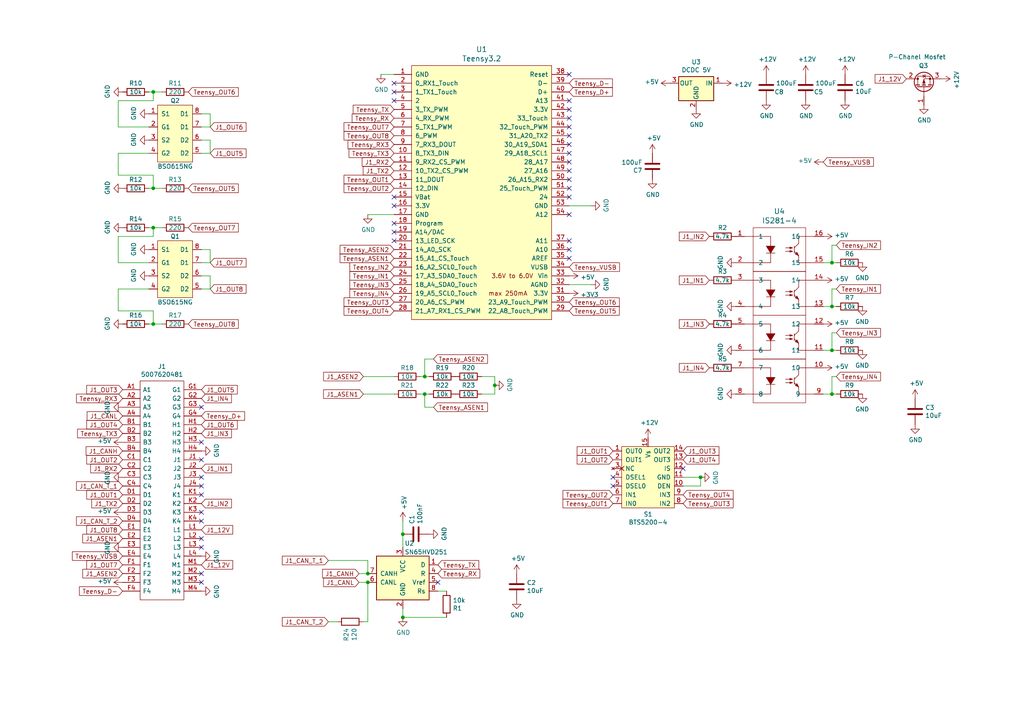
<source format=kicad_sch>
(kicad_sch (version 20211123) (generator eeschema)
  (paper "A4")
  (title_block (title "JoeMBMS") (date "2021-04-18") (rev "2.2") (company "JoeMTec"))
  (junction (at 106.68 168.91))
  (junction (at 106.68 166.37))
  (junction (at 116.84 154.94))
  (junction (at 44.45 66.04))
  (junction (at 241.3 76.2))
  (junction (at 116.84 179.07))
  (junction (at 44.45 54.61))
  (junction (at 123.19 114.3))
  (junction (at 44.45 26.67))
  (junction (at 241.3 114.3))
  (junction (at 241.3 101.6))
  (junction (at 123.19 109.22))
  (junction (at 203.2 138.43))
  (junction (at 143.51 111.76))
  (junction (at 44.45 93.98))
  (junction (at 241.3 88.9))
  (no_connect (at 165.1 69.85))
  (no_connect (at 114.3 24.13))
  (no_connect (at 114.3 64.77))
  (no_connect (at 114.3 69.85))
  (no_connect (at 165.1 52.07))
  (no_connect (at 165.1 44.45))
  (no_connect (at 165.1 72.39))
  (no_connect (at 58.42 118.11))
  (no_connect (at 58.42 128.27))
  (no_connect (at 58.42 148.59))
  (no_connect (at 58.42 151.13))
  (no_connect (at 58.42 156.21))
  (no_connect (at 58.42 158.75))
  (no_connect (at 58.42 168.91))
  (no_connect (at 58.42 166.37))
  (no_connect (at 58.42 133.35))
  (no_connect (at 58.42 138.43))
  (no_connect (at 58.42 140.97))
  (no_connect (at 58.42 143.51))
  (no_connect (at 165.1 39.37))
  (no_connect (at 165.1 21.59))
  (no_connect (at 114.3 67.31))
  (no_connect (at 165.1 49.53))
  (no_connect (at 165.1 54.61))
  (no_connect (at 165.1 36.83))
  (no_connect (at 165.1 74.93))
  (no_connect (at 165.1 41.91))
  (no_connect (at 127 168.91))
  (no_connect (at 165.1 57.15))
  (no_connect (at 177.8 140.97))
  (no_connect (at 114.3 57.15))
  (no_connect (at 114.3 59.69))
  (no_connect (at 198.12 135.89))
  (no_connect (at 114.3 26.67))
  (no_connect (at 165.1 62.23))
  (no_connect (at 165.1 29.21))
  (no_connect (at 165.1 31.75))
  (no_connect (at 177.8 138.43))
  (no_connect (at 165.1 34.29))
  (no_connect (at 114.3 29.21))
  (no_connect (at 165.1 46.99))
  (wire (pts (xy 60.96 44.45) (xy 58.42 44.45)))
  (wire (pts (xy 123.19 104.14) (xy 125.73 104.14)))
  (wire (pts (xy 34.29 90.17) (xy 44.45 90.17)))
  (wire (pts (xy 241.3 114.3) (xy 241.3 109.22)))
  (wire (pts (xy 139.7 109.22) (xy 143.51 109.22)))
  (wire (pts (xy 106.68 162.56) (xy 95.25 162.56)))
  (wire (pts (xy 242.57 71.12) (xy 241.3 71.12)))
  (wire (pts (xy 44.45 68.58) (xy 44.45 66.04)))
  (wire (pts (xy 123.19 114.3) (xy 123.19 118.11)))
  (wire (pts (xy 123.19 109.22) (xy 123.19 104.14)))
  (wire (pts (xy 34.29 83.82) (xy 43.18 83.82)))
  (wire (pts (xy 106.68 162.56) (xy 106.68 166.37)))
  (wire (pts (xy 43.18 54.61) (xy 44.45 54.61)))
  (wire (pts (xy 58.42 80.01) (xy 60.96 80.01)))
  (wire (pts (xy 44.45 50.8) (xy 44.45 54.61)))
  (wire (pts (xy 43.18 36.83) (xy 34.29 36.83)))
  (wire (pts (xy 242.57 83.82) (xy 241.3 83.82)))
  (wire (pts (xy 241.3 76.2) (xy 242.57 76.2)))
  (wire (pts (xy 44.45 90.17) (xy 44.45 93.98)))
  (wire (pts (xy 116.84 151.13) (xy 116.84 154.94)))
  (wire (pts (xy 123.19 118.11) (xy 125.73 118.11)))
  (wire (pts (xy 123.19 109.22) (xy 124.46 109.22)))
  (wire (pts (xy 116.84 179.07) (xy 116.84 176.53)))
  (wire (pts (xy 129.54 171.45) (xy 127 171.45)))
  (wire (pts (xy 44.45 66.04) (xy 46.99 66.04)))
  (wire (pts (xy 105.41 109.22) (xy 114.3 109.22)))
  (wire (pts (xy 58.42 33.02) (xy 60.96 33.02)))
  (wire (pts (xy 238.76 101.6) (xy 241.3 101.6)))
  (wire (pts (xy 106.68 180.34) (xy 106.68 168.91)))
  (wire (pts (xy 58.42 72.39) (xy 60.96 72.39)))
  (wire (pts (xy 116.84 179.07) (xy 129.54 179.07)))
  (wire (pts (xy 60.96 80.01) (xy 60.96 83.82)))
  (wire (pts (xy 143.51 109.22) (xy 143.51 111.76)))
  (wire (pts (xy 114.3 62.23) (xy 106.68 62.23)))
  (wire (pts (xy 241.3 83.82) (xy 241.3 88.9)))
  (wire (pts (xy 34.29 68.58) (xy 44.45 68.58)))
  (wire (pts (xy 241.3 96.52) (xy 242.57 96.52)))
  (wire (pts (xy 121.92 114.3) (xy 123.19 114.3)))
  (wire (pts (xy 241.3 71.12) (xy 241.3 76.2)))
  (wire (pts (xy 43.18 93.98) (xy 44.45 93.98)))
  (wire (pts (xy 116.84 154.94) (xy 116.84 158.75)))
  (wire (pts (xy 34.29 76.2) (xy 34.29 68.58)))
  (wire (pts (xy 106.68 168.91) (xy 104.14 168.91)))
  (wire (pts (xy 34.29 36.83) (xy 34.29 29.21)))
  (wire (pts (xy 43.18 66.04) (xy 44.45 66.04)))
  (wire (pts (xy 60.96 76.2) (xy 58.42 76.2)))
  (wire (pts (xy 241.3 109.22) (xy 242.57 109.22)))
  (wire (pts (xy 241.3 76.2) (xy 238.76 76.2)))
  (wire (pts (xy 34.29 83.82) (xy 34.29 90.17)))
  (wire (pts (xy 44.45 54.61) (xy 46.99 54.61)))
  (wire (pts (xy 60.96 33.02) (xy 60.96 36.83)))
  (wire (pts (xy 114.3 114.3) (xy 105.41 114.3)))
  (wire (pts (xy 95.25 180.34) (xy 97.79 180.34)))
  (wire (pts (xy 34.29 44.45) (xy 43.18 44.45)))
  (wire (pts (xy 105.41 180.34) (xy 106.68 180.34)))
  (wire (pts (xy 203.2 140.97) (xy 203.2 138.43)))
  (wire (pts (xy 44.45 26.67) (xy 46.99 26.67)))
  (wire (pts (xy 143.51 114.3) (xy 139.7 114.3)))
  (wire (pts (xy 43.18 26.67) (xy 44.45 26.67)))
  (wire (pts (xy 34.29 29.21) (xy 44.45 29.21)))
  (wire (pts (xy 34.29 44.45) (xy 34.29 50.8)))
  (wire (pts (xy 43.18 76.2) (xy 34.29 76.2)))
  (wire (pts (xy 106.68 166.37) (xy 104.14 166.37)))
  (wire (pts (xy 241.3 88.9) (xy 242.57 88.9)))
  (wire (pts (xy 44.45 29.21) (xy 44.45 26.67)))
  (wire (pts (xy 198.12 140.97) (xy 203.2 140.97)))
  (wire (pts (xy 60.96 36.83) (xy 58.42 36.83)))
  (wire (pts (xy 123.19 114.3) (xy 124.46 114.3)))
  (wire (pts (xy 60.96 83.82) (xy 58.42 83.82)))
  (wire (pts (xy 44.45 93.98) (xy 46.99 93.98)))
  (wire (pts (xy 165.1 59.69) (xy 171.45 59.69)))
  (wire (pts (xy 121.92 109.22) (xy 123.19 109.22)))
  (wire (pts (xy 143.51 111.76) (xy 143.51 114.3)))
  (wire (pts (xy 114.3 21.59) (xy 110.49 21.59)))
  (wire (pts (xy 34.29 50.8) (xy 44.45 50.8)))
  (wire (pts (xy 241.3 88.9) (xy 238.76 88.9)))
  (wire (pts (xy 241.3 114.3) (xy 242.57 114.3)))
  (wire (pts (xy 58.42 40.64) (xy 60.96 40.64)))
  (wire (pts (xy 60.96 72.39) (xy 60.96 76.2)))
  (wire (pts (xy 60.96 40.64) (xy 60.96 44.45)))
  (wire (pts (xy 198.12 138.43) (xy 203.2 138.43)))
  (wire (pts (xy 241.3 101.6) (xy 242.57 101.6)))
  (wire (pts (xy 238.76 114.3) (xy 241.3 114.3)))
  (wire (pts (xy 241.3 101.6) (xy 241.3 96.52)))
  (wire (pts (xy 165.1 82.55) (xy 171.45 82.55)))
  (global_label "J1_OUT7" (shape input) (at 35.56 163.83 180) (property "Referenzen zwischen Schaltplänen" "${INTERSHEET_REFS}" (effects hide)))
  (global_label "Teensy_OUT7" (shape input) (at 114.3 36.83 180) (property "Referenzen zwischen Schaltplänen" "${INTERSHEET_REFS}" (effects hide)))
  (global_label "J1_ASEN2" (shape input) (at 35.56 166.37 180) (property "Referenzen zwischen Schaltplänen" "${INTERSHEET_REFS}" (effects hide)))
  (global_label "J1_OUT6" (shape input) (at 60.96 36.83 0) (property "Referenzen zwischen Schaltplänen" "${INTERSHEET_REFS}" (effects hide)))
  (global_label "J1_IN3" (shape input) (at 58.42 125.73 0) (property "Referenzen zwischen Schaltplänen" "${INTERSHEET_REFS}" (effects hide)))
  (global_label "Teensy_D+" (shape input) (at 58.42 120.65 0) (property "Referenzen zwischen Schaltplänen" "${INTERSHEET_REFS}" (effects hide)))
  (global_label "Teensy_TX" (shape input) (at 114.3 31.75 180) (property "Referenzen zwischen Schaltplänen" "${INTERSHEET_REFS}" (effects hide)))
  (global_label "J1_CANL" (shape input) (at 35.56 120.65 180) (property "Referenzen zwischen Schaltplänen" "${INTERSHEET_REFS}" (effects hide)))
  (global_label "Teensy_OUT2" (shape input) (at 177.8 143.51 180) (property "Referenzen zwischen Schaltplänen" "${INTERSHEET_REFS}" (effects hide)))
  (global_label "Teensy_IN3" (shape input) (at 114.3 82.55 180) (property "Referenzen zwischen Schaltplänen" "${INTERSHEET_REFS}" (effects hide)))
  (global_label "J1_OUT4" (shape input) (at 198.12 133.35 0) (property "Referenzen zwischen Schaltplänen" "${INTERSHEET_REFS}" (effects hide)))
  (global_label "Teensy_IN2" (shape input) (at 114.3 77.47 180) (property "Referenzen zwischen Schaltplänen" "${INTERSHEET_REFS}" (effects hide)))
  (global_label "Teensy_OUT3" (shape input) (at 114.3 87.63 180) (property "Referenzen zwischen Schaltplänen" "${INTERSHEET_REFS}" (effects hide)))
  (global_label "J1_OUT8" (shape input) (at 60.96 83.82 0) (property "Referenzen zwischen Schaltplänen" "${INTERSHEET_REFS}" (effects hide)))
  (global_label "Teensy_RX" (shape input) (at 114.3 34.29 180) (property "Referenzen zwischen Schaltplänen" "${INTERSHEET_REFS}" (effects hide)))
  (global_label "Teensy_ASEN2" (shape input) (at 125.73 104.14 0) (property "Referenzen zwischen Schaltplänen" "${INTERSHEET_REFS}" (effects hide)))
  (global_label "Teensy_TX3" (shape input) (at 35.56 125.73 180) (property "Referenzen zwischen Schaltplänen" "${INTERSHEET_REFS}" (effects hide)))
  (global_label "J1_OUT2" (shape input) (at 177.8 133.35 180) (property "Referenzen zwischen Schaltplänen" "${INTERSHEET_REFS}" (effects hide)))
  (global_label "Teensy_IN1" (shape input) (at 114.3 80.01 180) (property "Referenzen zwischen Schaltplänen" "${INTERSHEET_REFS}" (effects hide)))
  (global_label "Teensy_ASEN1" (shape input) (at 114.3 74.93 180) (property "Referenzen zwischen Schaltplänen" "${INTERSHEET_REFS}" (effects hide)))
  (global_label "J1_CAN_T_1" (shape input) (at 35.56 140.97 180) (property "Referenzen zwischen Schaltplänen" "${INTERSHEET_REFS}" (effects hide)))
  (global_label "J1_TX2" (shape input) (at 35.56 146.05 180) (property "Referenzen zwischen Schaltplänen" "${INTERSHEET_REFS}" (effects hide)))
  (global_label "J1_ASEN1" (shape input) (at 105.41 114.3 180) (property "Referenzen zwischen Schaltplänen" "${INTERSHEET_REFS}" (effects hide)))
  (global_label "J1_OUT1" (shape input) (at 35.56 143.51 180) (property "Referenzen zwischen Schaltplänen" "${INTERSHEET_REFS}" (effects hide)))
  (global_label "Teensy_OUT5" (shape input) (at 165.1 90.17 0) (property "Referenzen zwischen Schaltplänen" "${INTERSHEET_REFS}" (effects hide)))
  (global_label "J1_CANH" (shape input) (at 35.56 130.81 180) (property "Referenzen zwischen Schaltplänen" "${INTERSHEET_REFS}" (effects hide)))
  (global_label "J1_RX2" (shape input) (at 114.3 46.99 180) (property "Referenzen zwischen Schaltplänen" "${INTERSHEET_REFS}" (effects hide)))
  (global_label "Teensy_OUT6" (shape input) (at 165.1 87.63 0) (property "Referenzen zwischen Schaltplänen" "${INTERSHEET_REFS}" (effects hide)))
  (global_label "Teensy_TX3" (shape input) (at 114.3 44.45 180) (property "Referenzen zwischen Schaltplänen" "${INTERSHEET_REFS}" (effects hide)))
  (global_label "J1_OUT5" (shape input) (at 60.96 44.45 0) (property "Referenzen zwischen Schaltplänen" "${INTERSHEET_REFS}" (effects hide)))
  (global_label "J1_12V" (shape input) (at 58.42 153.67 0) (property "Referenzen zwischen Schaltplänen" "${INTERSHEET_REFS}" (effects hide)))
  (global_label "Teensy_TX" (shape input) (at 127 163.83 0) (property "Referenzen zwischen Schaltplänen" "${INTERSHEET_REFS}" (effects hide)))
  (global_label "Teensy_OUT3" (shape input) (at 198.12 146.05 0) (property "Referenzen zwischen Schaltplänen" "${INTERSHEET_REFS}" (effects hide)))
  (global_label "J1_OUT7" (shape input) (at 60.96 76.2 0) (property "Referenzen zwischen Schaltplänen" "${INTERSHEET_REFS}" (effects hide)))
  (global_label "J1_CANL" (shape input) (at 104.14 168.91 180) (property "Referenzen zwischen Schaltplänen" "${INTERSHEET_REFS}" (effects hide)))
  (global_label "Teensy_IN3" (shape input) (at 242.57 96.52 0) (property "Referenzen zwischen Schaltplänen" "${INTERSHEET_REFS}" (effects hide)))
  (global_label "J1_RX2" (shape input) (at 35.56 135.89 180) (property "Referenzen zwischen Schaltplänen" "${INTERSHEET_REFS}" (effects hide)))
  (global_label "Teensy_RX3" (shape input) (at 35.56 115.57 180) (property "Referenzen zwischen Schaltplänen" "${INTERSHEET_REFS}" (effects hide)))
  (global_label "J1_CAN_T_2" (shape input) (at 35.56 151.13 180) (property "Referenzen zwischen Schaltplänen" "${INTERSHEET_REFS}" (effects hide)))
  (global_label "J1_OUT4" (shape input) (at 35.56 123.19 180) (property "Referenzen zwischen Schaltplänen" "${INTERSHEET_REFS}" (effects hide)))
  (global_label "J1_CANH" (shape input) (at 104.14 166.37 180) (property "Referenzen zwischen Schaltplänen" "${INTERSHEET_REFS}" (effects hide)))
  (global_label "J1_IN1" (shape input) (at 58.42 135.89 0) (property "Referenzen zwischen Schaltplänen" "${INTERSHEET_REFS}" (effects hide)))
  (global_label "J1_OUT1" (shape input) (at 177.8 130.81 180) (property "Referenzen zwischen Schaltplänen" "${INTERSHEET_REFS}" (effects hide)))
  (global_label "Teensy_IN4" (shape input) (at 114.3 85.09 180) (property "Referenzen zwischen Schaltplänen" "${INTERSHEET_REFS}" (effects hide)))
  (global_label "J1_IN4" (shape input) (at 205.74 106.68 180) (property "Referenzen zwischen Schaltplänen" "${INTERSHEET_REFS}" (effects hide)))
  (global_label "J1_IN2" (shape input) (at 58.42 146.05 0) (property "Referenzen zwischen Schaltplänen" "${INTERSHEET_REFS}" (effects hide)))
  (global_label "Teensy_OUT4" (shape input) (at 198.12 143.51 0) (property "Referenzen zwischen Schaltplänen" "${INTERSHEET_REFS}" (effects hide)))
  (global_label "Teensy_OUT1" (shape input) (at 114.3 52.07 180) (property "Referenzen zwischen Schaltplänen" "${INTERSHEET_REFS}" (effects hide)))
  (global_label "Teensy_D-" (shape input) (at 35.56 171.45 180) (property "Referenzen zwischen Schaltplänen" "${INTERSHEET_REFS}" (effects hide)))
  (global_label "J1_IN1" (shape input) (at 205.74 81.28 180) (property "Referenzen zwischen Schaltplänen" "${INTERSHEET_REFS}" (effects hide)))
  (global_label "Teensy_D+" (shape input) (at 165.1 26.67 0) (property "Referenzen zwischen Schaltplänen" "${INTERSHEET_REFS}" (effects hide)))
  (global_label "Teensy_VUSB" (shape input) (at 238.76 46.99 0) (property "Referenzen zwischen Schaltplänen" "${INTERSHEET_REFS}" (effects hide)))
  (global_label "Teensy_OUT4" (shape input) (at 114.3 90.17 180) (property "Referenzen zwischen Schaltplänen" "${INTERSHEET_REFS}" (effects hide)))
  (global_label "Teensy_IN4" (shape input) (at 242.57 109.22 0) (property "Referenzen zwischen Schaltplänen" "${INTERSHEET_REFS}" (effects hide)))
  (global_label "Teensy_VUSB" (shape input) (at 35.56 161.29 180) (property "Referenzen zwischen Schaltplänen" "${INTERSHEET_REFS}" (effects hide)))
  (global_label "Teensy_D-" (shape input) (at 165.1 24.13 0) (property "Referenzen zwischen Schaltplänen" "${INTERSHEET_REFS}" (effects hide)))
  (global_label "Teensy_OUT6" (shape input) (at 54.61 26.67 0) (property "Referenzen zwischen Schaltplänen" "${INTERSHEET_REFS}" (effects hide)))
  (global_label "J1_IN3" (shape input) (at 205.74 93.98 180) (property "Referenzen zwischen Schaltplänen" "${INTERSHEET_REFS}" (effects hide)))
  (global_label "Teensy_OUT8" (shape input) (at 114.3 39.37 180) (property "Referenzen zwischen Schaltplänen" "${INTERSHEET_REFS}" (effects hide)))
  (global_label "J1_12V" (shape input) (at 58.42 163.83 0) (property "Referenzen zwischen Schaltplänen" "${INTERSHEET_REFS}" (effects hide)))
  (global_label "J1_12V" (shape input) (at 262.89 22.86 180) (property "Referenzen zwischen Schaltplänen" "${INTERSHEET_REFS}" (effects hide)))
  (global_label "J1_OUT2" (shape input) (at 35.56 133.35 180) (property "Referenzen zwischen Schaltplänen" "${INTERSHEET_REFS}" (effects hide)))
  (global_label "J1_OUT3" (shape input) (at 198.12 130.81 0) (property "Referenzen zwischen Schaltplänen" "${INTERSHEET_REFS}" (effects hide)))
  (global_label "J1_ASEN2" (shape input) (at 105.41 109.22 180) (property "Referenzen zwischen Schaltplänen" "${INTERSHEET_REFS}" (effects hide)))
  (global_label "Teensy_OUT7" (shape input) (at 54.61 66.04 0) (property "Referenzen zwischen Schaltplänen" "${INTERSHEET_REFS}" (effects hide)))
  (global_label "J1_TX2" (shape input) (at 114.3 49.53 180) (property "Referenzen zwischen Schaltplänen" "${INTERSHEET_REFS}" (effects hide)))
  (global_label "J1_OUT3" (shape input) (at 35.56 113.03 180) (property "Referenzen zwischen Schaltplänen" "${INTERSHEET_REFS}" (effects hide)))
  (global_label "Teensy_OUT1" (shape input) (at 177.8 146.05 180) (property "Referenzen zwischen Schaltplänen" "${INTERSHEET_REFS}" (effects hide)))
  (global_label "J1_OUT5" (shape input) (at 58.42 113.03 0) (property "Referenzen zwischen Schaltplänen" "${INTERSHEET_REFS}" (effects hide)))
  (global_label "Teensy_ASEN1" (shape input) (at 125.73 118.11 0) (property "Referenzen zwischen Schaltplänen" "${INTERSHEET_REFS}" (effects hide)))
  (global_label "Teensy_OUT5" (shape input) (at 54.61 54.61 0) (property "Referenzen zwischen Schaltplänen" "${INTERSHEET_REFS}" (effects hide)))
  (global_label "Teensy_RX" (shape input) (at 127 166.37 0) (property "Referenzen zwischen Schaltplänen" "${INTERSHEET_REFS}" (effects hide)))
  (global_label "J1_CAN_T_1" (shape input) (at 95.25 162.56 180) (property "Referenzen zwischen Schaltplänen" "${INTERSHEET_REFS}" (effects hide)))
  (global_label "Teensy_VUSB" (shape input) (at 165.1 77.47 0) (property "Referenzen zwischen Schaltplänen" "${INTERSHEET_REFS}" (effects hide)))
  (global_label "Teensy_OUT2" (shape input) (at 114.3 54.61 180) (property "Referenzen zwischen Schaltplänen" "${INTERSHEET_REFS}" (effects hide)))
  (global_label "J1_OUT6" (shape input) (at 58.42 123.19 0) (property "Referenzen zwischen Schaltplänen" "${INTERSHEET_REFS}" (effects hide)))
  (global_label "Teensy_IN2" (shape input) (at 242.57 71.12 0) (property "Referenzen zwischen Schaltplänen" "${INTERSHEET_REFS}" (effects hide)))
  (global_label "Teensy_RX3" (shape input) (at 114.3 41.91 180) (property "Referenzen zwischen Schaltplänen" "${INTERSHEET_REFS}" (effects hide)))
  (global_label "J1_OUT8" (shape input) (at 35.56 153.67 180) (property "Referenzen zwischen Schaltplänen" "${INTERSHEET_REFS}" (effects hide)))
  (global_label "J1_IN4" (shape input) (at 58.42 115.57 0) (property "Referenzen zwischen Schaltplänen" "${INTERSHEET_REFS}" (effects hide)))
  (global_label "Teensy_OUT8" (shape input) (at 54.61 93.98 0) (property "Referenzen zwischen Schaltplänen" "${INTERSHEET_REFS}" (effects hide)))
  (global_label "Teensy_IN1" (shape input) (at 242.57 83.82 0) (property "Referenzen zwischen Schaltplänen" "${INTERSHEET_REFS}" (effects hide)))
  (global_label "J1_ASEN1" (shape input) (at 35.56 156.21 180) (property "Referenzen zwischen Schaltplänen" "${INTERSHEET_REFS}" (effects hide)))
  (global_label "Teensy_ASEN2" (shape input) (at 114.3 72.39 180) (property "Referenzen zwischen Schaltplänen" "${INTERSHEET_REFS}" (effects hide)))
  (global_label "J1_IN2" (shape input) (at 205.74 68.58 180) (property "Referenzen zwischen Schaltplänen" "${INTERSHEET_REFS}" (effects hide)))
  (global_label "J1_CAN_T_2" (shape input) (at 95.25 180.34 180) (property "Referenzen zwischen Schaltplänen" "${INTERSHEET_REFS}" (effects hide)))
  (symbol (lib_id "power:GND") (at 110.49 21.59 0) (unit 1)
    (property "Reference" "#PWR0101" (effects hide))
    (property "Value" "GND" (at 110.617 25.9842 0))
  )
  (symbol (lib_id "Regulator_Switching:R-78E5.0-0.5") (at 201.93 24.13 0) (mirror y) (unit 1)
    (property "Reference" "U3" (at 201.93 17.9832 0))
    (property "Value" "DCDC 5V" (at 201.93 20.2946 0))
    (property "Footprint" "Converter_DCDC:Converter_DCDC_muRata_OKI-78SR_Vertical" (effects hide))
    (property "Datasheet" "https://www.recom-power.com/pdf/Innoline/R-78Exx-0.5.pdf" (effects hide))
    (property "LCSC" "C115916" (effects hide))
  )
  (symbol (lib_id "power:+12V") (at 209.55 24.13 270) (unit 1)
    (property "Reference" "#PWR0102" (effects hide))
    (property "Value" "+12V" (at 212.8012 24.511 90) (effects (justify left)))
  )
  (symbol (lib_id "Device:R") (at 129.54 175.26 0) (mirror x) (unit 1)
    (property "Reference" "R1" (at 131.318 176.4284 0) (effects (justify left)))
    (property "Value" "10k" (at 131.318 174.117 0) (effects (justify left)))
    (property "Footprint" "Resistor_SMD:R_0805_2012Metric" (effects hide))
    (property "LCSC" "C17414" (effects hide))
  )
  (symbol (lib_id "power:GND") (at 106.68 62.23 0) (unit 1)
    (property "Reference" "#PWR0103" (effects hide))
    (property "Value" "GND" (at 106.807 66.6242 0))
  )
  (symbol (lib_id "power:GND") (at 171.45 59.69 90) (unit 1)
    (property "Reference" "#PWR0104" (effects hide))
    (property "Value" "GND" (at 175.8442 59.563 0))
  )
  (symbol (lib_id "power:GND") (at 171.45 82.55 90) (unit 1)
    (property "Reference" "#PWR0105" (effects hide))
    (property "Value" "GND" (at 175.8442 82.423 0))
  )
  (symbol (lib_id "power:GND") (at 201.93 31.75 0) (unit 1)
    (property "Reference" "#PWR0106" (effects hide))
    (property "Value" "GND" (at 202.057 36.1442 0))
  )
  (symbol (lib_id "power:GND") (at 116.84 179.07 0) (unit 1)
    (property "Reference" "#PWR0108" (effects hide))
    (property "Value" "GND" (at 116.967 183.4642 0))
  )
  (symbol (lib_id "JoeMBMS_V2.0-rescue:+3.3V-power") (at 165.1 85.09 270) (unit 1)
    (property "Reference" "#PWR0109" (effects hide))
    (property "Value" "+3.3V" (at 168.3512 85.471 90) (effects (justify left)))
  )
  (symbol (lib_id "power:+5V") (at 194.31 24.13 90) (unit 1)
    (property "Reference" "#PWR0112" (effects hide))
    (property "Value" "+5V" (at 191.0588 23.749 90) (effects (justify left)))
  )
  (symbol (lib_id "power:+5V") (at 165.1 80.01 270) (unit 1)
    (property "Reference" "#PWR0113" (effects hide))
    (property "Value" "+5V" (at 168.3512 80.391 90) (effects (justify left)))
  )
  (symbol (lib_id "Device:R") (at 209.55 68.58 90) (mirror x) (unit 1)
    (property "Reference" "R2" (at 209.55 66.04 90))
    (property "Value" "4.7k" (at 209.55 68.58 90))
    (property "Footprint" "Resistor_SMD:R_0805_2012Metric" (effects hide))
    (property "LCSC" "C17673" (effects hide))
  )
  (symbol (lib_id "Device:R") (at 209.55 81.28 90) (mirror x) (unit 1)
    (property "Reference" "R3" (at 209.55 78.74 90))
    (property "Value" "4.7k" (at 209.55 81.28 90))
    (property "Footprint" "Resistor_SMD:R_0805_2012Metric" (effects hide))
    (property "LCSC" "C17673" (effects hide))
  )
  (symbol (lib_id "Device:R") (at 209.55 93.98 90) (mirror x) (unit 1)
    (property "Reference" "R4" (at 209.55 91.44 90))
    (property "Value" "4.7k" (at 209.55 93.98 90))
    (property "Footprint" "Resistor_SMD:R_0805_2012Metric" (effects hide))
    (property "LCSC" "C17673" (effects hide))
  )
  (symbol (lib_id "Device:R") (at 209.55 106.68 90) (mirror x) (unit 1)
    (property "Reference" "R5" (at 209.55 104.14 90))
    (property "Value" "4.7k" (at 209.55 106.68 90))
    (property "Footprint" "Resistor_SMD:R_0805_2012Metric" (effects hide))
    (property "LCSC" "C17673" (effects hide))
  )
  (symbol (lib_id "power:GND") (at 213.36 76.2 270) (mirror x) (unit 1)
    (property "Reference" "#PWR0115" (effects hide))
    (property "Value" "GND" (at 208.9658 76.073 0))
  )
  (symbol (lib_id "power:GND") (at 213.36 88.9 270) (mirror x) (unit 1)
    (property "Reference" "#PWR0116" (effects hide))
    (property "Value" "GND" (at 208.9658 88.773 0))
  )
  (symbol (lib_id "power:GND") (at 213.36 101.6 270) (mirror x) (unit 1)
    (property "Reference" "#PWR0117" (effects hide))
    (property "Value" "GND" (at 208.9658 101.473 0))
  )
  (symbol (lib_id "power:GND") (at 213.36 114.3 270) (mirror x) (unit 1)
    (property "Reference" "#PWR0118" (effects hide))
    (property "Value" "GND" (at 208.9658 114.173 0))
  )
  (symbol (lib_id "Device:R") (at 246.38 88.9 90) (mirror x) (unit 1)
    (property "Reference" "R7" (at 246.38 86.36 90))
    (property "Value" "10k" (at 246.38 88.9 90))
    (property "Footprint" "Resistor_SMD:R_0805_2012Metric" (effects hide))
    (property "LCSC" "C17414" (effects hide))
  )
  (symbol (lib_id "Device:R") (at 246.38 76.2 90) (mirror x) (unit 1)
    (property "Reference" "R6" (at 246.38 73.66 90))
    (property "Value" "10k" (at 246.38 76.2 90))
    (property "Footprint" "Resistor_SMD:R_0805_2012Metric" (effects hide))
    (property "LCSC" "C17414" (effects hide))
  )
  (symbol (lib_id "Device:R") (at 246.38 101.6 90) (mirror x) (unit 1)
    (property "Reference" "R8" (at 246.38 99.06 90))
    (property "Value" "10k" (at 246.38 101.6 90))
    (property "Footprint" "Resistor_SMD:R_0805_2012Metric" (effects hide))
    (property "LCSC" "C17414" (effects hide))
  )
  (symbol (lib_id "Device:R") (at 246.38 114.3 90) (mirror x) (unit 1)
    (property "Reference" "R9" (at 246.38 111.76 90))
    (property "Value" "10k" (at 246.38 114.3 90))
    (property "Footprint" "Resistor_SMD:R_0805_2012Metric" (effects hide))
    (property "LCSC" "C17414" (effects hide))
  )
  (symbol (lib_id "power:+5V") (at 238.76 68.58 270) (mirror x) (unit 1)
    (property "Reference" "#PWR0119" (effects hide))
    (property "Value" "+5V" (at 242.0112 68.199 90) (effects (justify left)))
  )
  (symbol (lib_id "power:+5V") (at 238.76 81.28 270) (mirror x) (unit 1)
    (property "Reference" "#PWR0120" (effects hide))
    (property "Value" "+5V" (at 242.0112 80.899 90) (effects (justify left)))
  )
  (symbol (lib_id "power:+5V") (at 238.76 93.98 270) (mirror x) (unit 1)
    (property "Reference" "#PWR0121" (effects hide))
    (property "Value" "+5V" (at 242.0112 93.599 90) (effects (justify left)))
  )
  (symbol (lib_id "power:+5V") (at 238.76 106.68 270) (mirror x) (unit 1)
    (property "Reference" "#PWR0122" (effects hide))
    (property "Value" "+5V" (at 242.0112 106.299 90) (effects (justify left)))
  )
  (symbol (lib_id "power:GND") (at 250.19 76.2 0) (mirror y) (unit 1)
    (property "Reference" "#PWR0123" (effects hide))
    (property "Value" "GND" (at 250.063 80.5942 0))
  )
  (symbol (lib_id "power:GND") (at 250.19 88.9 0) (mirror y) (unit 1)
    (property "Reference" "#PWR0124" (effects hide))
    (property "Value" "GND" (at 250.063 93.2942 0))
  )
  (symbol (lib_id "power:GND") (at 250.19 101.6 0) (mirror y) (unit 1)
    (property "Reference" "#PWR0125" (effects hide))
    (property "Value" "GND" (at 250.063 105.9942 0))
  )
  (symbol (lib_id "power:GND") (at 250.19 114.3 0) (mirror y) (unit 1)
    (property "Reference" "#PWR0126" (effects hide))
    (property "Value" "GND" (at 250.063 118.6942 0))
  )
  (symbol (lib_id "power:+5V") (at 265.43 115.57 0) (unit 1)
    (property "Reference" "#PWR0127" (effects hide))
    (property "Value" "+5V" (at 265.811 111.1758 0))
  )
  (symbol (lib_id "Device:C") (at 265.43 119.38 180) (unit 1)
    (property "Reference" "C3" (at 268.351 118.2116 0) (effects (justify right)))
    (property "Value" "10uF" (at 268.351 120.523 0) (effects (justify right)))
    (property "Footprint" "Capacitor_SMD:C_0805_2012Metric" (effects hide))
    (property "LCSC" "C15850" (effects hide))
  )
  (symbol (lib_id "power:GND") (at 265.43 123.19 0) (unit 1)
    (property "Reference" "#PWR0128" (effects hide))
    (property "Value" "GND" (at 265.557 127.5842 0))
  )
  (symbol (lib_id "Device:R") (at 50.8 54.61 270) (unit 1)
    (property "Reference" "R13" (at 50.8 52.07 90))
    (property "Value" "220" (at 50.8 54.61 90))
    (property "Footprint" "Resistor_SMD:R_0805_2012Metric" (effects hide))
    (property "LCSC" "C17557" (effects hide))
  )
  (symbol (lib_id "Device:R") (at 39.37 54.61 270) (unit 1)
    (property "Reference" "R12" (at 39.37 52.07 90))
    (property "Value" "10k" (at 39.37 54.61 90))
    (property "Footprint" "Resistor_SMD:R_0805_2012Metric" (effects hide))
    (property "LCSC" "C17414" (effects hide))
  )
  (symbol (lib_id "power:GND") (at 35.56 54.61 270) (mirror x) (unit 1)
    (property "Reference" "#PWR0133" (effects hide))
    (property "Value" "GND" (at 31.1658 54.483 0))
  )
  (symbol (lib_id "power:GND") (at 43.18 33.02 270) (mirror x) (unit 1)
    (property "Reference" "#PWR0134" (effects hide))
    (property "Value" "GND" (at 38.7858 32.893 0))
  )
  (symbol (lib_id "power:GND") (at 43.18 40.64 270) (mirror x) (unit 1)
    (property "Reference" "#PWR0135" (effects hide))
    (property "Value" "GND" (at 38.7858 40.513 0))
  )
  (symbol (lib_id "JoeMBMS_V2.0-rescue:IRF9956-Transistor-FET") (at 50.8 39.37 0) (unit 1)
    (property "Reference" "Q2" (at 50.8 29.21 0))
    (property "Value" "BSO615NG" (at 50.8 48.26 0))
    (property "Footprint" "JoeMBMS:SO-8_IRF956" (effects hide))
    (property "LCSC" "C693398" (effects hide))
  )
  (symbol (lib_id "Device:R") (at 50.8 26.67 270) (unit 1)
    (property "Reference" "R11" (at 50.8 24.13 90))
    (property "Value" "220" (at 50.8 26.67 90))
    (property "Footprint" "Resistor_SMD:R_0805_2012Metric" (effects hide))
    (property "LCSC" "C17557" (effects hide))
  )
  (symbol (lib_id "Device:R") (at 39.37 26.67 270) (unit 1)
    (property "Reference" "R10" (at 39.37 24.13 90))
    (property "Value" "10k" (at 39.37 26.67 90))
    (property "Footprint" "Resistor_SMD:R_0805_2012Metric" (effects hide))
    (property "LCSC" "C17414" (effects hide))
  )
  (symbol (lib_id "power:GND") (at 35.56 26.67 270) (mirror x) (unit 1)
    (property "Reference" "#PWR0136" (effects hide))
    (property "Value" "GND" (at 31.1658 26.543 0))
  )
  (symbol (lib_id "Device:R") (at 50.8 93.98 270) (unit 1)
    (property "Reference" "R17" (at 50.8 91.44 90))
    (property "Value" "220" (at 50.8 93.98 90))
    (property "Footprint" "Resistor_SMD:R_0805_2012Metric" (effects hide))
    (property "LCSC" "C17557" (effects hide))
  )
  (symbol (lib_id "Device:R") (at 39.37 93.98 270) (unit 1)
    (property "Reference" "R16" (at 39.37 91.44 90))
    (property "Value" "10k" (at 39.37 93.98 90))
    (property "Footprint" "Resistor_SMD:R_0805_2012Metric" (effects hide))
    (property "LCSC" "C17414" (effects hide))
  )
  (symbol (lib_id "power:GND") (at 35.56 93.98 270) (mirror x) (unit 1)
    (property "Reference" "#PWR0137" (effects hide))
    (property "Value" "GND" (at 31.1658 93.853 0))
  )
  (symbol (lib_id "power:GND") (at 43.18 72.39 270) (mirror x) (unit 1)
    (property "Reference" "#PWR0138" (effects hide))
    (property "Value" "GND" (at 38.7858 72.263 0))
  )
  (symbol (lib_id "power:GND") (at 43.18 80.01 270) (mirror x) (unit 1)
    (property "Reference" "#PWR0139" (effects hide))
    (property "Value" "GND" (at 38.7858 79.883 0))
  )
  (symbol (lib_id "JoeMBMS_V2.0-rescue:IRF9956-Transistor-FET") (at 50.8 78.74 0) (unit 1)
    (property "Reference" "Q1" (at 50.8 68.58 0))
    (property "Value" "BSO615NG" (at 50.8 87.63 0))
    (property "Footprint" "JoeMBMS:SO-8_IRF956" (effects hide))
    (property "LCSC" "C693398" (effects hide))
  )
  (symbol (lib_id "Device:R") (at 50.8 66.04 270) (unit 1)
    (property "Reference" "R15" (at 50.8 63.5 90))
    (property "Value" "220" (at 50.8 66.04 90))
    (property "Footprint" "Resistor_SMD:R_0805_2012Metric" (effects hide))
    (property "LCSC" "C17557" (effects hide))
  )
  (symbol (lib_id "Device:R") (at 39.37 66.04 270) (unit 1)
    (property "Reference" "R14" (at 39.37 63.5 90))
    (property "Value" "10k" (at 39.37 66.04 90))
    (property "Footprint" "Resistor_SMD:R_0805_2012Metric" (effects hide))
    (property "LCSC" "C17414" (effects hide))
  )
  (symbol (lib_id "power:GND") (at 35.56 66.04 270) (mirror x) (unit 1)
    (property "Reference" "#PWR0140" (effects hide))
    (property "Value" "GND" (at 31.1658 65.913 0))
  )
  (symbol (lib_id "Device:C") (at 233.68 25.4 0) (unit 1)
    (property "Reference" "C5" (at 238.76 26.67 0) (effects (justify right)))
    (property "Value" "100uF" (at 242.57 24.13 0) (effects (justify right)))
    (property "Footprint" "Capacitor_SMD:C_Elec_6.3x7.7" (effects hide))
    (property "LCSC" "C127971" (effects hide))
  )
  (symbol (lib_id "power:GND") (at 233.68 29.21 0) (unit 1)
    (property "Reference" "#PWR0141" (effects hide))
    (property "Value" "GND" (at 233.807 33.6042 0))
  )
  (symbol (lib_id "power:+12V") (at 233.68 21.59 0) (unit 1)
    (property "Reference" "#PWR0142" (effects hide))
    (property "Value" "+12V" (at 234.061 17.1958 0))
  )
  (symbol (lib_id "Device:C") (at 149.86 170.18 180) (unit 1)
    (property "Reference" "C2" (at 152.781 169.0116 0) (effects (justify right)))
    (property "Value" "10uF" (at 152.781 171.323 0) (effects (justify right)))
    (property "Footprint" "Capacitor_SMD:C_0805_2012Metric" (effects hide))
    (property "LCSC" "C15850" (effects hide))
  )
  (symbol (lib_id "power:GND") (at 149.86 173.99 0) (unit 1)
    (property "Reference" "#PWR0143" (effects hide))
    (property "Value" "GND" (at 149.987 178.3842 0))
  )
  (symbol (lib_id "JoeMBMS_V2.0-rescue:QM6015D-Transistor-FET") (at 267.97 25.4 90) (unit 1)
    (property "Reference" "Q3" (at 269.24 19.05 90) (effects (justify left)))
    (property "Value" "P-Chanel Mosfet" (at 274.32 16.51 90) (effects (justify left)))
    (property "Footprint" "Package_TO_SOT_SMD:TO-252-2" (effects hide))
    (property "LCSC" "C416264" (effects hide))
  )
  (symbol (lib_id "power:+12V") (at 273.05 22.86 270) (unit 1)
    (property "Reference" "#PWR0145" (effects hide))
    (property "Value" "+12V" (at 277.4442 23.241 0))
  )
  (symbol (lib_id "power:GND") (at 267.97 30.48 0) (unit 1)
    (property "Reference" "#PWR0146" (effects hide))
    (property "Value" "GND" (at 268.097 34.8742 0))
  )
  (symbol (lib_id "power:+5V") (at 189.23 44.45 0) (unit 1)
    (property "Reference" "#PWR01" (effects hide))
    (property "Value" "+5V" (at 189.611 40.0558 0))
  )
  (symbol (lib_id "Device:C") (at 189.23 48.26 0) (unit 1)
    (property "Reference" "C7" (at 186.309 49.4284 0) (effects (justify right)))
    (property "Value" "100uF" (at 186.309 47.117 0) (effects (justify right)))
    (property "Footprint" "Capacitor_SMD:C_Elec_6.3x7.7" (effects hide))
    (property "LCSC" "C127971" (effects hide))
  )
  (symbol (lib_id "power:GND") (at 189.23 52.07 0) (unit 1)
    (property "Reference" "#PWR02" (effects hide))
    (property "Value" "GND" (at 189.357 56.4642 0))
  )
  (symbol (lib_id "JoeMBMS_V2.0-rescue:Teensy3.2-teensy") (at 139.7 55.88 0) (unit 1)
    (property "Reference" "U1" (at 139.7 14.3002 0) (effects (font (size 1.524 1.524))))
    (property "Value" "Teensy3.2" (at 139.7 16.9926 0) (effects (font (size 1.524 1.524))))
    (property "Footprint" "Teensy:Teensy30_31_32_LC_Mod" (effects hide))
  )
  (symbol (lib_id "Device:R") (at 118.11 109.22 270) (unit 1)
    (property "Reference" "R18" (at 118.11 106.68 90))
    (property "Value" "10k" (at 118.11 109.22 90))
    (property "Footprint" "Resistor_SMD:R_0805_2012Metric" (effects hide))
    (property "LCSC" "C17414" (effects hide))
  )
  (symbol (lib_id "Device:R") (at 128.27 109.22 270) (unit 1)
    (property "Reference" "R19" (at 128.27 106.68 90))
    (property "Value" "10k" (at 128.27 109.22 90))
    (property "Footprint" "Resistor_SMD:R_0805_2012Metric" (effects hide))
    (property "LCSC" "C17414" (effects hide))
  )
  (symbol (lib_id "Device:R") (at 135.89 109.22 270) (unit 1)
    (property "Reference" "R20" (at 135.89 106.68 90))
    (property "Value" "10k" (at 135.89 109.22 90))
    (property "Footprint" "Resistor_SMD:R_0805_2012Metric" (effects hide))
    (property "LCSC" "C17414" (effects hide))
  )
  (symbol (lib_id "Device:R") (at 118.11 114.3 270) (unit 1)
    (property "Reference" "R21" (at 118.11 111.76 90))
    (property "Value" "10k" (at 118.11 114.3 90))
    (property "Footprint" "Resistor_SMD:R_0805_2012Metric" (effects hide))
    (property "LCSC" "C17414" (effects hide))
  )
  (symbol (lib_id "Device:R") (at 128.27 114.3 270) (unit 1)
    (property "Reference" "R22" (at 128.27 111.76 90))
    (property "Value" "10k" (at 128.27 114.3 90))
    (property "Footprint" "Resistor_SMD:R_0805_2012Metric" (effects hide))
    (property "LCSC" "C17414" (effects hide))
  )
  (symbol (lib_id "Device:R") (at 135.89 114.3 270) (unit 1)
    (property "Reference" "R23" (at 135.89 111.76 90))
    (property "Value" "10k" (at 135.89 114.3 90))
    (property "Footprint" "Resistor_SMD:R_0805_2012Metric" (effects hide))
    (property "LCSC" "C17414" (effects hide))
  )
  (symbol (lib_id "Device:R") (at 101.6 180.34 90) (mirror x) (unit 1)
    (property "Reference" "R24" (at 100.4316 182.118 0) (effects (justify left)))
    (property "Value" "120" (at 102.743 182.118 0) (effects (justify left)))
    (property "Footprint" "Resistor_SMD:R_0805_2012Metric" (effects hide))
    (property "LCSC" "C17437" (effects hide))
  )
  (symbol (lib_id "power:GND") (at 143.51 111.76 90) (unit 1)
    (property "Reference" "#PWR0156" (effects hide))
    (property "Value" "GND" (at 147.9042 111.633 0))
  )
  (symbol (lib_id "Device:C") (at 222.25 25.4 0) (unit 1)
    (property "Reference" "C8" (at 227.33 26.67 0) (effects (justify right)))
    (property "Value" "100uF" (at 231.14 24.13 0) (effects (justify right)))
    (property "Footprint" "Capacitor_SMD:C_Elec_6.3x7.7" (effects hide))
    (property "LCSC" "C127971" (effects hide))
  )
  (symbol (lib_id "power:GND") (at 222.25 29.21 0) (unit 1)
    (property "Reference" "#PWR04" (effects hide))
    (property "Value" "GND" (at 222.377 33.6042 0))
  )
  (symbol (lib_id "power:+12V") (at 222.25 21.59 0) (unit 1)
    (property "Reference" "#PWR03" (effects hide))
    (property "Value" "+12V" (at 222.631 17.1958 0))
  )
  (symbol (lib_id "Device:C") (at 245.11 25.4 180) (unit 1)
    (property "Reference" "C6" (at 248.031 24.2316 0) (effects (justify right)))
    (property "Value" "10uF" (at 248.031 26.543 0) (effects (justify right)))
    (property "Footprint" "Capacitor_SMD:C_0805_2012Metric" (effects hide))
    (property "LCSC" "C15850" (effects hide))
  )
  (symbol (lib_id "power:GND") (at 245.11 29.21 0) (unit 1)
    (property "Reference" "#PWR0157" (effects hide))
    (property "Value" "GND" (at 245.237 33.6042 0))
  )
  (symbol (lib_id "power:+5V") (at 149.86 166.37 0) (unit 1)
    (property "Reference" "#PWR0158" (effects hide))
    (property "Value" "+5V" (at 150.241 161.9758 0))
  )
  (symbol (lib_id "power:+12V") (at 245.11 21.59 0) (unit 1)
    (property "Reference" "#PWR0159" (effects hide))
    (property "Value" "+12V" (at 245.491 17.1958 0))
  )
  (symbol (lib_id "JoeMBMS_V2.0-rescue:TLP293-4-2021-05-20_16-46-13") (at 218.44 66.04 0) (unit 1)
    (property "Reference" "U4" (at 226.06 61.2902 0) (effects (font (size 1.524 1.524))))
    (property "Value" "IS281-4 " (at 226.06 63.9826 0) (effects (font (size 1.524 1.524))))
    (property "Footprint" "TLP2934:TLP293-4" (effects hide))
    (property "LCSC" "C89878" (effects hide))
  )
  (symbol (lib_id "JoeMBMS_V2.0-rescue:BTS5200-4-Transistor-FET") (at 187.96 138.43 0) (unit 1)
    (property "Reference" "S1" (at 187.96 149.1742 0))
    (property "Value" "BTS5200-4" (at 187.96 151.4856 0))
    (property "Footprint" "MRV_SMD_Packages:PG-DSO-14-40_EP" (effects hide))
    (property "LCSC" "C534815" (effects hide))
  )
  (symbol (lib_id "power:+12V") (at 187.96 127 0) (unit 1)
    (property "Reference" "#PWR05" (effects hide))
    (property "Value" "+12V" (at 188.341 122.6058 0))
  )
  (symbol (lib_id "power:GND") (at 203.2 138.43 90) (mirror x) (unit 1)
    (property "Reference" "#PWR06" (effects hide))
    (property "Value" "GND" (at 207.5942 138.557 0))
  )
  (symbol (lib_id "power:GND") (at 58.42 161.29 90) (mirror x) (unit 1)
    (property "Reference" "#PWR08" (effects hide))
    (property "Value" "GND" (at 62.8142 161.417 0))
  )
  (symbol (lib_id "power:GND") (at 58.42 171.45 90) (mirror x) (unit 1)
    (property "Reference" "#PWR010" (effects hide))
    (property "Value" "GND" (at 62.8142 171.577 0))
  )
  (symbol (lib_id "power:GND") (at 35.56 118.11 270) (unit 1)
    (property "Reference" "#PWR0111" (effects hide))
    (property "Value" "GND" (at 31.1658 118.237 0))
  )
  (symbol (lib_id "power:+5V") (at 35.56 128.27 90) (unit 1)
    (property "Reference" "#PWR0129" (effects hide))
    (property "Value" "+5V" (at 32.3088 127.889 90) (effects (justify left)))
  )
  (symbol (lib_id "JoeMBMS_V2.0-rescue:5007620481-5007620481") (at 35.56 113.03 0) (unit 1)
    (property "Reference" "J1" (at 46.99 106.299 0))
    (property "Value" "5007620481" (at 46.99 108.6104 0))
    (property "Footprint" "Molex_5007620481:5007620481" (effects hide))
    (property "Datasheet" "https://media.digikey.com/pdf/Data%20Sheets/Molex%20PDFs/500762-048x_Dwg.pdf" (effects hide))
    (property "Description" "Conn Wire to Board HDR 48 POS 2.5mm Solder RA Side Entry Thru-Hole Automotive Tray" (effects hide))
    (property "Height" "27" (effects hide))
    (property "Manufacturer_Name" "Molex" (effects hide))
    (property "Manufacturer_Part_Number" "5007620481" (effects hide))
    (property "Arrow Part Number" "5007620481" (effects hide))
    (property "Arrow Price/Stock" "https://www.arrow.com/en/products/5007620481/molex" (effects hide))
  )
  (symbol (lib_id "power:+5V") (at 35.56 148.59 90) (unit 1)
    (property "Reference" "#PWR0130" (effects hide))
    (property "Value" "+5V" (at 32.3088 148.209 90) (effects (justify left)))
  )
  (symbol (lib_id "power:GND") (at 35.56 138.43 270) (unit 1)
    (property "Reference" "#PWR0149" (effects hide))
    (property "Value" "GND" (at 31.1658 138.557 0))
  )
  (symbol (lib_id "power:GND") (at 35.56 158.75 270) (unit 1)
    (property "Reference" "#PWR0153" (effects hide))
    (property "Value" "GND" (at 31.1658 158.877 0))
  )
  (symbol (lib_id "power:+5V") (at 35.56 168.91 90) (unit 1)
    (property "Reference" "#PWR0160" (effects hide))
    (property "Value" "+5V" (at 32.3088 168.529 90) (effects (justify left)))
  )
  (symbol (lib_id "Device:C") (at 120.65 154.94 270) (unit 1)
    (property "Reference" "C1" (at 119.4816 152.019 0) (effects (justify right)))
    (property "Value" "100nF" (at 121.793 152.019 0) (effects (justify right)))
    (property "Footprint" "Capacitor_SMD:C_0805_2012Metric" (effects hide))
    (property "LCSC" "C49678" (effects hide))
  )
  (symbol (lib_id "power:GND") (at 124.46 154.94 90) (unit 1)
    (property "Reference" "#PWR07" (effects hide))
    (property "Value" "GND" (at 128.8542 154.813 0))
  )
  (symbol (lib_id "power:GND") (at 58.42 130.81 90) (unit 1)
    (property "Reference" "#PWR0110" (effects hide))
    (property "Value" "GND" (at 62.8142 130.683 0))
  )
  (symbol (lib_id "power:+5V") (at 238.76 46.99 90) (unit 1)
    (property "Reference" "#PWR0114" (effects hide))
    (property "Value" "+5V" (at 235.5088 46.609 90) (effects (justify left)))
  )
  (symbol (lib_id "Teensy:Teensy4.0") (at -31.75 50.8 0) (unit 1)
    (property "Reference" "U?" (at -31.75 10.3972 0))
    (property "Value" "Teensy4.0" (at -31.75 12.9341 0))
  )
  (symbol (lib_id "power:+5V") (at 116.84 151.13 0) (unit 1)
    (property "Reference" "#PWR0107" (effects hide))
    (property "Value" "+5V" (at 117.221 147.8788 90) (effects (justify left)))
  )
  (symbol (lib_id "CAN_trans:SN65HVD251") (at 116.84 166.37 0) (mirror y) (unit 1)
    (property "Reference" "U2" (at 117.3606 157.5902 0) (effects (justify right)))
    (property "Value" "SN65HVD251" (at 117.3606 160.1271 0) (effects (justify right)))
    (property "Footprint" "Package_SO:SOIC-8_3.9x4.9mm_P1.27mm" (effects hide))
    (property "Datasheet" "http://www.ti.com/lit/ds/symlink/sn65hvd251.pdf" (effects hide))
    (property "LCSC" "C7376" (effects hide))
    (property "LCSC_alt" "C49558" (effects hide))
  )
)
</source>
